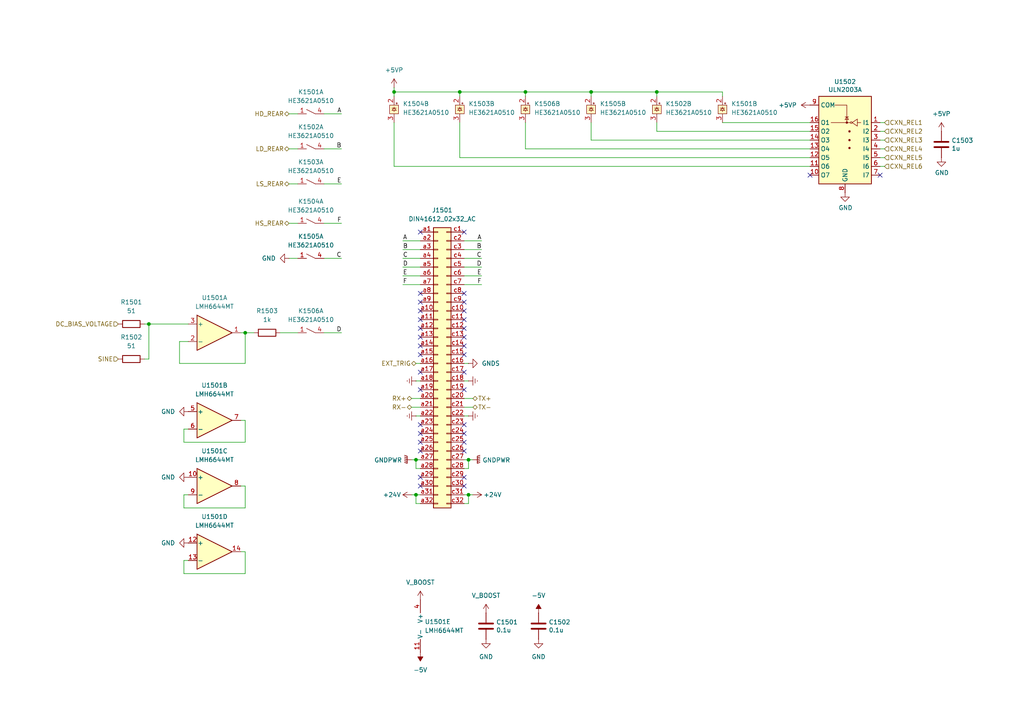
<source format=kicad_sch>
(kicad_sch (version 20250114) (generator "eeschema") (generator_version "9.0")
  (paper "A4")
  (lib_symbols
    (symbol "Connector:DIN41612_02x32_AC" (pin_names (offset 1.016) (hide yes))
      (property "Reference" "J" (at 1.27 40.64 0))
      (property "Value" "DIN41612_02x32_AC" (at 1.27 -43.18 0))
      (symbol "DIN41612_02x32_AC_1_1"
        (rectangle (start -1.27 39.37) (end 3.81 -41.91) (stroke (width 0.254)) (fill (type background)))
        (rectangle (start -1.27 38.227) (end 0 37.973) (stroke (width 0.1524)))
        (rectangle (start -1.27 35.687) (end 0 35.433) (stroke (width 0.1524)))
        (rectangle (start -1.27 33.147) (end 0 32.893) (stroke (width 0.1524)))
        (rectangle (start -1.27 30.607) (end 0 30.353) (stroke (width 0.1524)))
        (rectangle (start -1.27 28.067) (end 0 27.813) (stroke (width 0.1524)))
        (rectangle (start -1.27 25.527) (end 0 25.273) (stroke (width 0.1524)))
        (rectangle (start -1.27 22.987) (end 0 22.733) (stroke (width 0.1524)))
        (rectangle (start -1.27 20.447) (end 0 20.193) (stroke (width 0.1524)))
        (rectangle (start -1.27 17.907) (end 0 17.653) (stroke (width 0.1524)))
        (rectangle (start -1.27 15.367) (end 0 15.113) (stroke (width 0.1524)))
        (rectangle (start -1.27 12.827) (end 0 12.573) (stroke (width 0.1524)))
        (rectangle (start -1.27 10.287) (end 0 10.033) (stroke (width 0.1524)))
        (rectangle (start -1.27 7.747) (end 0 7.493) (stroke (width 0.1524)))
        (rectangle (start -1.27 5.207) (end 0 4.953) (stroke (width 0.1524)))
        (rectangle (start -1.27 2.667) (end 0 2.413) (stroke (width 0.1524)))
        (rectangle (start -1.27 0.127) (end 0 -0.127) (stroke (width 0.1524)))
        (rectangle (start -1.27 -2.413) (end 0 -2.667) (stroke (width 0.1524)))
        (rectangle (start -1.27 -4.953) (end 0 -5.207) (stroke (width 0.1524)))
        (rectangle (start -1.27 -7.493) (end 0 -7.747) (stroke (width 0.1524)))
        (rectangle (start -1.27 -10.033) (end 0 -10.287) (stroke (width 0.1524)))
        (rectangle (start -1.27 -12.573) (end 0 -12.827) (stroke (width 0.1524)))
        (rectangle (start -1.27 -15.113) (end 0 -15.367) (stroke (width 0.1524)))
        (rectangle (start -1.27 -17.653) (end 0 -17.907) (stroke (width 0.1524)))
        (rectangle (start -1.27 -20.193) (end 0 -20.447) (stroke (width 0.1524)))
        (rectangle (start -1.27 -22.733) (end 0 -22.987) (stroke (width 0.1524)))
        (rectangle (start -1.27 -25.273) (end 0 -25.527) (stroke (width 0.1524)))
        (rectangle (start -1.27 -27.813) (end 0 -28.067) (stroke (width 0.1524)))
        (rectangle (start -1.27 -30.353) (end 0 -30.607) (stroke (width 0.1524)))
        (rectangle (start -1.27 -32.893) (end 0 -33.147) (stroke (width 0.1524)))
        (rectangle (start -1.27 -35.433) (end 0 -35.687) (stroke (width 0.1524)))
        (rectangle (start -1.27 -37.973) (end 0 -38.227) (stroke (width 0.1524)))
        (rectangle (start -1.27 -40.513) (end 0 -40.767) (stroke (width 0.1524)))
        (rectangle (start 3.81 38.227) (end 2.54 37.973) (stroke (width 0.1524)))
        (rectangle (start 3.81 35.687) (end 2.54 35.433) (stroke (width 0.1524)))
        (rectangle (start 3.81 33.147) (end 2.54 32.893) (stroke (width 0.1524)))
        (rectangle (start 3.81 30.607) (end 2.54 30.353) (stroke (width 0.1524)))
        (rectangle (start 3.81 28.067) (end 2.54 27.813) (stroke (width 0.1524)))
        (rectangle (start 3.81 25.527) (end 2.54 25.273) (stroke (width 0.1524)))
        (rectangle (start 3.81 22.987) (end 2.54 22.733) (stroke (width 0.1524)))
        (rectangle (start 3.81 20.447) (end 2.54 20.193) (stroke (width 0.1524)))
        (rectangle (start 3.81 17.907) (end 2.54 17.653) (stroke (width 0.1524)))
        (rectangle (start 3.81 15.367) (end 2.54 15.113) (stroke (width 0.1524)))
        (rectangle (start 3.81 12.827) (end 2.54 12.573) (stroke (width 0.1524)))
        (rectangle (start 3.81 10.287) (end 2.54 10.033) (stroke (width 0.1524)))
        (rectangle (start 3.81 7.747) (end 2.54 7.493) (stroke (width 0.1524)))
        (rectangle (start 3.81 5.207) (end 2.54 4.953) (stroke (width 0.1524)))
        (rectangle (start 3.81 2.667) (end 2.54 2.413) (stroke (width 0.1524)))
        (rectangle (start 3.81 0.127) (end 2.54 -0.127) (stroke (width 0.1524)))
        (rectangle (start 3.81 -2.413) (end 2.54 -2.667) (stroke (width 0.1524)))
        (rectangle (start 3.81 -4.953) (end 2.54 -5.207) (stroke (width 0.1524)))
        (rectangle (start 3.81 -7.493) (end 2.54 -7.747) (stroke (width 0.1524)))
        (rectangle (start 3.81 -10.033) (end 2.54 -10.287) (stroke (width 0.1524)))
        (rectangle (start 3.81 -12.573) (end 2.54 -12.827) (stroke (width 0.1524)))
        (rectangle (start 3.81 -15.113) (end 2.54 -15.367) (stroke (width 0.1524)))
        (rectangle (start 3.81 -17.653) (end 2.54 -17.907) (stroke (width 0.1524)))
        (rectangle (start 3.81 -20.193) (end 2.54 -20.447) (stroke (width 0.1524)))
        (rectangle (start 3.81 -22.733) (end 2.54 -22.987) (stroke (width 0.1524)))
        (rectangle (start 3.81 -25.273) (end 2.54 -25.527) (stroke (width 0.1524)))
        (rectangle (start 3.81 -27.813) (end 2.54 -28.067) (stroke (width 0.1524)))
        (rectangle (start 3.81 -30.353) (end 2.54 -30.607) (stroke (width 0.1524)))
        (rectangle (start 3.81 -32.893) (end 2.54 -33.147) (stroke (width 0.1524)))
        (rectangle (start 3.81 -35.433) (end 2.54 -35.687) (stroke (width 0.1524)))
        (rectangle (start 3.81 -37.973) (end 2.54 -38.227) (stroke (width 0.1524)))
        (rectangle (start 3.81 -40.513) (end 2.54 -40.767) (stroke (width 0.1524)))
        (pin passive line (at -5.08 38.1 0) (length 3.81) (name "Pin_a1") (number "a1"))
        (pin passive line (at -5.08 35.56 0) (length 3.81) (name "Pin_a2") (number "a2"))
        (pin passive line (at -5.08 33.02 0) (length 3.81) (name "Pin_a3") (number "a3"))
        (pin passive line (at -5.08 30.48 0) (length 3.81) (name "Pin_a4") (number "a4"))
        (pin passive line (at -5.08 27.94 0) (length 3.81) (name "Pin_a5") (number "a5"))
        (pin passive line (at -5.08 25.4 0) (length 3.81) (name "Pin_a6") (number "a6"))
        (pin passive line (at -5.08 22.86 0) (length 3.81) (name "Pin_a7") (number "a7"))
        (pin passive line (at -5.08 20.32 0) (length 3.81) (name "Pin_a8") (number "a8"))
        (pin passive line (at -5.08 17.78 0) (length 3.81) (name "Pin_a9") (number "a9"))
        (pin passive line (at -5.08 15.24 0) (length 3.81) (name "Pin_a10") (number "a10"))
        (pin passive line (at -5.08 12.7 0) (length 3.81) (name "Pin_a11") (number "a11"))
        (pin passive line (at -5.08 10.16 0) (length 3.81) (name "Pin_a12") (number "a12"))
        (pin passive line (at -5.08 7.62 0) (length 3.81) (name "Pin_a13") (number "a13"))
        (pin passive line (at -5.08 5.08 0) (length 3.81) (name "Pin_a14") (number "a14"))
        (pin passive line (at -5.08 2.54 0) (length 3.81) (name "Pin_a15") (number "a15"))
        (pin passive line (at -5.08 0 0) (length 3.81) (name "Pin_a16") (number "a16"))
        (pin passive line (at -5.08 -2.54 0) (length 3.81) (name "Pin_a17") (number "a17"))
        (pin passive line (at -5.08 -5.08 0) (length 3.81) (name "Pin_a18") (number "a18"))
        (pin passive line (at -5.08 -7.62 0) (length 3.81) (name "Pin_a19") (number "a19"))
        (pin passive line (at -5.08 -10.16 0) (length 3.81) (name "Pin_a20") (number "a20"))
        (pin passive line (at -5.08 -12.7 0) (length 3.81) (name "Pin_a21") (number "a21"))
        (pin passive line (at -5.08 -15.24 0) (length 3.81) (name "Pin_a22") (number "a22"))
        (pin passive line (at -5.08 -17.78 0) (length 3.81) (name "Pin_a23") (number "a23"))
        (pin passive line (at -5.08 -20.32 0) (length 3.81) (name "Pin_a24") (number "a24"))
        (pin passive line (at -5.08 -22.86 0) (length 3.81) (name "Pin_a25") (number "a25"))
        (pin passive line (at -5.08 -25.4 0) (length 3.81) (name "Pin_a26") (number "a26"))
        (pin passive line (at -5.08 -27.94 0) (length 3.81) (name "Pin_a27") (number "a27"))
        (pin passive line (at -5.08 -30.48 0) (length 3.81) (name "Pin_a28") (number "a28"))
        (pin passive line (at -5.08 -33.02 0) (length 3.81) (name "Pin_a29") (number "a29"))
        (pin passive line (at -5.08 -35.56 0) (length 3.81) (name "Pin_a30") (number "a30"))
        (pin passive line (at -5.08 -38.1 0) (length 3.81) (name "Pin_a31") (number "a31"))
        (pin passive line (at -5.08 -40.64 0) (length 3.81) (name "Pin_a32") (number "a32"))
        (pin passive line (at 7.62 38.1 180) (length 3.81) (name "Pin_c1") (number "c1"))
        (pin passive line (at 7.62 35.56 180) (length 3.81) (name "Pin_c2") (number "c2"))
        (pin passive line (at 7.62 33.02 180) (length 3.81) (name "Pin_c3") (number "c3"))
        (pin passive line (at 7.62 30.48 180) (length 3.81) (name "Pin_c4") (number "c4"))
        (pin passive line (at 7.62 27.94 180) (length 3.81) (name "Pin_c5") (number "c5"))
        (pin passive line (at 7.62 25.4 180) (length 3.81) (name "Pin_c6") (number "c6"))
        (pin passive line (at 7.62 22.86 180) (length 3.81) (name "Pin_c7") (number "c7"))
        (pin passive line (at 7.62 20.32 180) (length 3.81) (name "Pin_c8") (number "c8"))
        (pin passive line (at 7.62 17.78 180) (length 3.81) (name "Pin_c9") (number "c9"))
        (pin passive line (at 7.62 15.24 180) (length 3.81) (name "Pin_c10") (number "c10"))
        (pin passive line (at 7.62 12.7 180) (length 3.81) (name "Pin_c11") (number "c11"))
        (pin passive line (at 7.62 10.16 180) (length 3.81) (name "Pin_c12") (number "c12"))
        (pin passive line (at 7.62 7.62 180) (length 3.81) (name "Pin_c13") (number "c13"))
        (pin passive line (at 7.62 5.08 180) (length 3.81) (name "Pin_c14") (number "c14"))
        (pin passive line (at 7.62 2.54 180) (length 3.81) (name "Pin_c15") (number "c15"))
        (pin passive line (at 7.62 0 180) (length 3.81) (name "Pin_c16") (number "c16"))
        (pin passive line (at 7.62 -2.54 180) (length 3.81) (name "Pin_c17") (number "c17"))
        (pin passive line (at 7.62 -5.08 180) (length 3.81) (name "Pin_c18") (number "c18"))
        (pin passive line (at 7.62 -7.62 180) (length 3.81) (name "Pin_c19") (number "c19"))
        (pin passive line (at 7.62 -10.16 180) (length 3.81) (name "Pin_c20") (number "c20"))
        (pin passive line (at 7.62 -12.7 180) (length 3.81) (name "Pin_c21") (number "c21"))
        (pin passive line (at 7.62 -15.24 180) (length 3.81) (name "Pin_c22") (number "c22"))
        (pin passive line (at 7.62 -17.78 180) (length 3.81) (name "Pin_c23") (number "c23"))
        (pin passive line (at 7.62 -20.32 180) (length 3.81) (name "Pin_c24") (number "c24"))
        (pin passive line (at 7.62 -22.86 180) (length 3.81) (name "Pin_c25") (number "c25"))
        (pin passive line (at 7.62 -25.4 180) (length 3.81) (name "Pin_c26") (number "c26"))
        (pin passive line (at 7.62 -27.94 180) (length 3.81) (name "Pin_c27") (number "c27"))
        (pin passive line (at 7.62 -30.48 180) (length 3.81) (name "Pin_c28") (number "c28"))
        (pin passive line (at 7.62 -33.02 180) (length 3.81) (name "Pin_c29") (number "c29"))
        (pin passive line (at 7.62 -35.56 180) (length 3.81) (name "Pin_c30") (number "c30"))
        (pin passive line (at 7.62 -38.1 180) (length 3.81) (name "Pin_c31") (number "c31"))
        (pin passive line (at 7.62 -40.64 180) (length 3.81) (name "Pin_c32") (number "c32"))
      )
    )
    (symbol "Device:C" (pin_numbers (hide yes)) (pin_names (offset 0.254))
      (property "Reference" "C" (at 0.635 2.54 0))
      (property "Value" "C" (at 0.635 -2.54 0))
      (symbol "C_0_1"
        (polyline (pts (xy -2.032 0.762) (xy 2.032 0.762)) (stroke (width 0.508)))
        (polyline (pts (xy -2.032 -0.762) (xy 2.032 -0.762)) (stroke (width 0.508)))
      )
      (symbol "C_1_1"
        (pin passive line (at 0 3.81 270) (length 2.794) (name "~") (number "1"))
        (pin passive line (at 0 -3.81 90) (length 2.794) (name "~") (number "2"))
      )
    )
    (symbol "Device:R" (pin_numbers (hide yes)) (pin_names (offset 0))
      (property "Reference" "R" (at 2.032 0 90))
      (property "Value" "R" (at 0 0 90))
      (symbol "R_0_1"
        (rectangle (start -1.016 -2.54) (end 1.016 2.54) (stroke (width 0.254)))
      )
      (symbol "R_1_1"
        (pin passive line (at 0 3.81 270) (length 1.27) (name "~") (number "1"))
        (pin passive line (at 0 -3.81 90) (length 1.27) (name "~") (number "2"))
      )
    )
    (symbol "ETH1LCR3:HE3621A0510" (pin_names (offset 1.016))
      (property "Reference" "K" (at 6.35 1.27 0))
      (property "Value" "HE3621A0510" (at 6.35 -1.27 0))
      (symbol "HE3621A0510_1_1"
        (polyline (pts (xy 0 -1.27) (xy 1.27 1.27)))
        (pin passive line (at 0 3.81 270) (length 2.54) (name "~") (number "1"))
        (pin passive line (at 0 -3.81 90) (length 2.54) (name "~") (number "4"))
      )
      (symbol "HE3621A0510_2_1"
        (polyline (pts (xy 0 0.381) (xy 0 0.762)))
        (polyline (pts (xy 0 -0.254) (xy 0 -0.635)))
        (polyline (pts (xy 0.508 1.778) (xy 1.016 1.778)))
        (polyline (pts (xy 0.635 0.381) (xy -0.635 0.381)))
        (polyline (pts (xy 0.635 -0.254) (xy -0.635 -0.254) (xy 0 0.381) (xy 0.635 -0.254)))
        (polyline (pts (xy 0.762 2.032) (xy 0.762 1.524)))
        (rectangle (start 1.27 1.27) (end -1.27 -1.27) (fill (type background)))
        (pin passive line (at 0 3.81 270) (length 2.54) (name "~") (number "2"))
        (pin passive line (at 0 -3.81 90) (length 2.54) (name "~") (number "3"))
      )
    )
    (symbol "ETH1LCR3:LMH6644MT" (pin_names (offset 0.127))
      (property "Reference" "U" (at 0 5.08 0))
      (property "Value" "LMH6644MT" (at 0 -5.08 0))
      (symbol "LMH6644MT_1_1"
        (polyline (pts (xy -5.08 5.08) (xy 5.08 0) (xy -5.08 -5.08) (xy -5.08 5.08)) (stroke (width 0.254)) (fill (type background)))
        (pin input line (at -7.62 2.54 0) (length 2.54) (name "+") (number "3"))
        (pin input line (at -7.62 -2.54 0) (length 2.54) (name "-") (number "2"))
        (pin output line (at 7.62 0 180) (length 2.54) (name "~") (number "1"))
      )
      (symbol "LMH6644MT_2_1"
        (polyline (pts (xy -5.08 5.08) (xy 5.08 0) (xy -5.08 -5.08) (xy -5.08 5.08)) (stroke (width 0.254)) (fill (type background)))
        (pin input line (at -7.62 2.54 0) (length 2.54) (name "+") (number "5"))
        (pin input line (at -7.62 -2.54 0) (length 2.54) (name "-") (number "6"))
        (pin output line (at 7.62 0 180) (length 2.54) (name "~") (number "7"))
      )
      (symbol "LMH6644MT_3_1"
        (polyline (pts (xy -5.08 5.08) (xy 5.08 0) (xy -5.08 -5.08) (xy -5.08 5.08)) (stroke (width 0.254)) (fill (type background)))
        (pin input line (at -7.62 2.54 0) (length 2.54) (name "+") (number "10"))
        (pin input line (at -7.62 -2.54 0) (length 2.54) (name "-") (number "9"))
        (pin output line (at 7.62 0 180) (length 2.54) (name "~") (number "8"))
      )
      (symbol "LMH6644MT_4_1"
        (polyline (pts (xy -5.08 5.08) (xy 5.08 0) (xy -5.08 -5.08) (xy -5.08 5.08)) (stroke (width 0.254)) (fill (type background)))
        (pin input line (at -7.62 2.54 0) (length 2.54) (name "+") (number "12"))
        (pin input line (at -7.62 -2.54 0) (length 2.54) (name "-") (number "13"))
        (pin output line (at 7.62 0 180) (length 2.54) (name "~") (number "14"))
      )
      (symbol "LMH6644MT_5_1"
        (pin power_in line (at 0 7.62 270) (length 3.81) (name "V+") (number "4"))
        (pin power_in line (at 0 -7.62 90) (length 3.81) (name "V-") (number "11"))
      )
    )
    (symbol "ETH1LCR3:V_BOOST" (power) (pin_numbers (hide yes)) (pin_names (offset 0) (hide yes))
      (property "Value" "V_BOOST" (at 0 3.556 0))
      (symbol "V_BOOST_0_1"
        (polyline (pts (xy -0.762 1.27) (xy 0 2.54)))
        (polyline (pts (xy 0 2.54) (xy 0.762 1.27)))
        (polyline (pts (xy 0 0) (xy 0 2.54)))
      )
      (symbol "V_BOOST_1_1"
        (pin power_in line (at 0 0 90) (length 0) (name "~") (number "1"))
      )
    )
    (symbol "Transistor_Array:ULN2003A"
      (property "Reference" "U" (at 0 15.875 0))
      (property "Value" "ULN2003A" (at 0 13.97 0))
      (symbol "ULN2003A_0_1"
        (rectangle (start -7.62 -12.7) (end 7.62 12.7) (stroke (width 0.254)) (fill (type background)))
        (polyline (pts (xy -4.572 5.08) (xy -3.556 5.08)))
        (polyline (pts (xy -3.556 6.096) (xy -3.556 4.064) (xy -2.032 5.08) (xy -3.556 6.096)))
        (circle (center -1.778 5.08) (radius 0.254))
        (polyline (pts (xy -1.524 5.08) (xy 4.064 5.08)))
        (circle (center -1.27 2.54) (radius 0.254) (fill (type outline)))
        (circle (center -1.27 0) (radius 0.254) (fill (type outline)))
        (circle (center -1.27 -2.286) (radius 0.254) (fill (type outline)))
        (circle (center -0.508 5.08) (radius 0.254) (fill (type outline)))
        (polyline (pts (xy -0.508 5.08) (xy -0.508 10.16) (xy 2.921 10.16)))
        (polyline (pts (xy 0 6.731) (xy -1.016 6.731)))
        (polyline (pts (xy 0 5.969) (xy -1.016 5.969) (xy -0.508 6.731) (xy 0 5.969)))
      )
      (symbol "ULN2003A_1_1"
        (pin input line (at -10.16 5.08 0) (length 2.54) (name "I1") (number "1"))
        (pin input line (at -10.16 2.54 0) (length 2.54) (name "I2") (number "2"))
        (pin input line (at -10.16 0 0) (length 2.54) (name "I3") (number "3"))
        (pin input line (at -10.16 -2.54 0) (length 2.54) (name "I4") (number "4"))
        (pin input line (at -10.16 -5.08 0) (length 2.54) (name "I5") (number "5"))
        (pin input line (at -10.16 -7.62 0) (length 2.54) (name "I6") (number "6"))
        (pin input line (at -10.16 -10.16 0) (length 2.54) (name "I7") (number "7"))
        (pin power_in line (at 0 -15.24 90) (length 2.54) (name "GND") (number "8"))
        (pin passive line (at 10.16 10.16 180) (length 2.54) (name "COM") (number "9"))
        (pin open_collector line (at 10.16 5.08 180) (length 2.54) (name "O1") (number "16"))
        (pin open_collector line (at 10.16 2.54 180) (length 2.54) (name "O2") (number "15"))
        (pin open_collector line (at 10.16 0 180) (length 2.54) (name "O3") (number "14"))
        (pin open_collector line (at 10.16 -2.54 180) (length 2.54) (name "O4") (number "13"))
        (pin open_collector line (at 10.16 -5.08 180) (length 2.54) (name "O5") (number "12"))
        (pin open_collector line (at 10.16 -7.62 180) (length 2.54) (name "O6") (number "11"))
        (pin open_collector line (at 10.16 -10.16 180) (length 2.54) (name "O7") (number "10"))
      )
    )
    (symbol "power:+24V" (power) (pin_numbers (hide yes)) (pin_names (offset 0) (hide yes))
      (property "Value" "+24V" (at 0 3.556 0))
      (symbol "+24V_0_1"
        (polyline (pts (xy -0.762 1.27) (xy 0 2.54)))
        (polyline (pts (xy 0 2.54) (xy 0.762 1.27)))
        (polyline (pts (xy 0 0) (xy 0 2.54)))
      )
      (symbol "+24V_1_1"
        (pin power_in line (at 0 0 90) (length 0) (name "~") (number "1"))
      )
    )
    (symbol "power:+5VP" (power) (pin_numbers (hide yes)) (pin_names (offset 0) (hide yes))
      (property "Value" "+5VP" (at 0 3.556 0))
      (symbol "+5VP_0_1"
        (polyline (pts (xy -0.762 1.27) (xy 0 2.54)))
        (polyline (pts (xy 0 2.54) (xy 0.762 1.27)))
        (polyline (pts (xy 0 0) (xy 0 2.54)))
      )
      (symbol "+5VP_1_1"
        (pin power_in line (at 0 0 90) (length 0) (name "~") (number "1"))
      )
    )
    (symbol "power:-5V" (power) (pin_numbers (hide yes)) (pin_names (offset 0) (hide yes))
      (property "Value" "-5V" (at 0 3.556 0))
      (symbol "-5V_0_0"
        (pin power_in line (at 0 0 90) (length 0) (name "~") (number "1"))
      )
      (symbol "-5V_0_1"
        (polyline (pts (xy 0 0) (xy 0 1.27) (xy 0.762 1.27) (xy 0 2.54) (xy -0.762 1.27) (xy 0 1.27)) (fill (type outline)))
      )
    )
    (symbol "power:Earth" (power) (pin_numbers (hide yes)) (pin_names (offset 0) (hide yes))
      (property "Value" "Earth" (at 0 -3.81 0))
      (symbol "Earth_0_1"
        (polyline (pts (xy -0.635 -1.905) (xy 0.635 -1.905)))
        (polyline (pts (xy -0.127 -2.54) (xy 0.127 -2.54)))
        (polyline (pts (xy 0 -1.27) (xy 0 0)))
        (polyline (pts (xy 1.27 -1.27) (xy -1.27 -1.27)))
      )
      (symbol "Earth_1_1"
        (pin power_in line (at 0 0 270) (length 0) (name "~") (number "1"))
      )
    )
    (symbol "power:GND" (power) (pin_numbers (hide yes)) (pin_names (offset 0) (hide yes))
      (property "Value" "GND" (at 0 -3.81 0))
      (symbol "GND_0_1"
        (polyline (pts (xy 0 0) (xy 0 -1.27) (xy 1.27 -1.27) (xy 0 -2.54) (xy -1.27 -1.27) (xy 0 -1.27)))
      )
      (symbol "GND_1_1"
        (pin power_in line (at 0 0 270) (length 0) (name "~") (number "1"))
      )
    )
    (symbol "power:GNDPWR" (power) (pin_numbers (hide yes)) (pin_names (offset 0) (hide yes))
      (property "Value" "GNDPWR" (at 0 -3.302 0))
      (symbol "GNDPWR_0_1"
        (polyline (pts (xy -1.016 -1.27) (xy -1.27 -2.032) (xy -1.27 -2.032)) (stroke (width 0.2032)))
        (polyline (pts (xy -0.508 -1.27) (xy -0.762 -2.032) (xy -0.762 -2.032)) (stroke (width 0.2032)))
        (polyline (pts (xy 0 -1.27) (xy 0 0)))
        (polyline (pts (xy 0 -1.27) (xy -0.254 -2.032) (xy -0.254 -2.032)) (stroke (width 0.2032)))
        (polyline (pts (xy 0.508 -1.27) (xy 0.254 -2.032) (xy 0.254 -2.032)) (stroke (width 0.2032)))
        (polyline (pts (xy 1.016 -1.27) (xy -1.016 -1.27) (xy -1.016 -1.27)) (stroke (width 0.2032)))
        (polyline (pts (xy 1.016 -1.27) (xy 0.762 -2.032) (xy 0.762 -2.032) (xy 0.762 -2.032)) (stroke (width 0.2032)))
      )
      (symbol "GNDPWR_1_1"
        (pin power_in line (at 0 0 270) (length 0) (name "~") (number "1"))
      )
    )
    (symbol "power:GNDS" (power) (pin_numbers (hide yes)) (pin_names (offset 0) (hide yes))
      (property "Value" "GNDS" (at 0 -3.81 0))
      (symbol "GNDS_0_1"
        (polyline (pts (xy 0 0) (xy 0 -1.27) (xy 1.27 -1.27) (xy 0 -2.54) (xy -1.27 -1.27) (xy 0 -1.27)))
      )
      (symbol "GNDS_1_1"
        (pin power_in line (at 0 0 270) (length 0) (name "~") (number "1"))
      )
    )
  )
  (junction (at 171.45 26.67))
  (junction (at 190.5 26.67))
  (junction (at 135.89 143.51))
  (junction (at 71.12 96.52))
  (junction (at 120.65 133.35))
  (junction (at 114.3 26.67))
  (junction (at 133.35 26.67))
  (junction (at 43.18 93.98))
  (junction (at 152.4 26.67))
  (junction (at 120.65 143.51))
  (junction (at 135.89 133.35))
  (no_connect (at 121.92 67.31))
  (no_connect (at 121.92 123.19))
  (no_connect (at 121.92 85.09))
  (no_connect (at 134.62 95.25))
  (no_connect (at 234.95 50.8))
  (no_connect (at 134.62 97.79))
  (no_connect (at 121.92 95.25))
  (no_connect (at 134.62 85.09))
  (no_connect (at 134.62 113.03))
  (no_connect (at 134.62 100.33))
  (no_connect (at 255.27 50.8))
  (no_connect (at 121.92 90.17))
  (no_connect (at 121.92 97.79))
  (no_connect (at 134.62 138.43))
  (no_connect (at 134.62 128.27))
  (no_connect (at 121.92 128.27))
  (no_connect (at 121.92 125.73))
  (no_connect (at 121.92 100.33))
  (no_connect (at 134.62 130.81))
  (no_connect (at 134.62 92.71))
  (no_connect (at 134.62 140.97))
  (no_connect (at 134.62 125.73))
  (no_connect (at 121.92 138.43))
  (no_connect (at 134.62 107.95))
  (no_connect (at 134.62 90.17))
  (no_connect (at 121.92 113.03))
  (no_connect (at 121.92 130.81))
  (no_connect (at 121.92 107.95))
  (no_connect (at 134.62 123.19))
  (no_connect (at 121.92 102.87))
  (no_connect (at 121.92 92.71))
  (no_connect (at 121.92 140.97))
  (no_connect (at 134.62 102.87))
  (no_connect (at 121.92 87.63))
  (no_connect (at 134.62 67.31))
  (no_connect (at 134.62 87.63))
  (wire (pts (xy 116.84 74.93) (xy 121.92 74.93)))
  (wire (pts (xy 41.91 104.14) (xy 43.18 104.14)))
  (wire (pts (xy 120.65 120.65) (xy 121.92 120.65)))
  (wire (pts (xy 190.5 26.67) (xy 190.5 27.94)))
  (wire (pts (xy 116.84 82.55) (xy 121.92 82.55)))
  (wire (pts (xy 256.54 48.26) (xy 255.27 48.26)))
  (wire (pts (xy 71.12 96.52) (xy 69.85 96.52)))
  (wire (pts (xy 134.62 110.49) (xy 135.89 110.49)))
  (wire (pts (xy 114.3 48.26) (xy 114.3 35.56)))
  (wire (pts (xy 99.06 53.34) (xy 93.98 53.34)))
  (wire (pts (xy 133.35 45.72) (xy 133.35 35.56)))
  (wire (pts (xy 134.62 120.65) (xy 135.89 120.65)))
  (wire (pts (xy 120.65 105.41) (xy 121.92 105.41)))
  (wire (pts (xy 139.7 74.93) (xy 134.62 74.93)))
  (wire (pts (xy 71.12 121.92) (xy 69.85 121.92)))
  (wire (pts (xy 99.06 74.93) (xy 93.98 74.93)))
  (wire (pts (xy 137.16 133.35) (xy 135.89 133.35)))
  (wire (pts (xy 119.38 143.51) (xy 120.65 143.51)))
  (wire (pts (xy 116.84 69.85) (xy 121.92 69.85)))
  (wire (pts (xy 116.84 80.01) (xy 121.92 80.01)))
  (wire (pts (xy 135.89 143.51) (xy 135.89 146.05)))
  (wire (pts (xy 43.18 93.98) (xy 54.61 93.98)))
  (wire (pts (xy 256.54 43.18) (xy 255.27 43.18)))
  (wire (pts (xy 83.82 43.18) (xy 86.36 43.18)))
  (wire (pts (xy 120.65 133.35) (xy 120.65 135.89)))
  (wire (pts (xy 139.7 69.85) (xy 134.62 69.85)))
  (wire (pts (xy 121.92 115.57) (xy 119.38 115.57)))
  (wire (pts (xy 171.45 26.67) (xy 171.45 27.94)))
  (wire (pts (xy 135.89 133.35) (xy 135.89 135.89)))
  (wire (pts (xy 121.92 133.35) (xy 120.65 133.35)))
  (wire (pts (xy 133.35 45.72) (xy 234.95 45.72)))
  (wire (pts (xy 256.54 40.64) (xy 255.27 40.64)))
  (wire (pts (xy 234.95 35.56) (xy 209.55 35.56)))
  (wire (pts (xy 171.45 40.64) (xy 234.95 40.64)))
  (wire (pts (xy 120.65 146.05) (xy 121.92 146.05)))
  (wire (pts (xy 52.07 105.41) (xy 71.12 105.41)))
  (wire (pts (xy 53.34 162.56) (xy 53.34 166.37)))
  (wire (pts (xy 53.34 124.46) (xy 53.34 128.27)))
  (wire (pts (xy 256.54 35.56) (xy 255.27 35.56)))
  (wire (pts (xy 99.06 64.77) (xy 93.98 64.77)))
  (wire (pts (xy 83.82 74.93) (xy 86.36 74.93)))
  (wire (pts (xy 83.82 53.34) (xy 86.36 53.34)))
  (wire (pts (xy 71.12 128.27) (xy 71.12 121.92)))
  (wire (pts (xy 139.7 72.39) (xy 134.62 72.39)))
  (wire (pts (xy 53.34 143.51) (xy 53.34 147.32)))
  (wire (pts (xy 119.38 133.35) (xy 120.65 133.35)))
  (wire (pts (xy 114.3 26.67) (xy 133.35 26.67)))
  (wire (pts (xy 71.12 147.32) (xy 71.12 140.97)))
  (wire (pts (xy 209.55 26.67) (xy 209.55 27.94)))
  (wire (pts (xy 190.5 35.56) (xy 190.5 38.1)))
  (wire (pts (xy 71.12 140.97) (xy 69.85 140.97)))
  (wire (pts (xy 116.84 77.47) (xy 121.92 77.47)))
  (wire (pts (xy 137.16 143.51) (xy 135.89 143.51)))
  (wire (pts (xy 152.4 43.18) (xy 234.95 43.18)))
  (wire (pts (xy 71.12 96.52) (xy 73.66 96.52)))
  (wire (pts (xy 133.35 26.67) (xy 133.35 27.94)))
  (wire (pts (xy 152.4 26.67) (xy 152.4 27.94)))
  (wire (pts (xy 54.61 143.51) (xy 53.34 143.51)))
  (wire (pts (xy 83.82 64.77) (xy 86.36 64.77)))
  (wire (pts (xy 121.92 118.11) (xy 119.38 118.11)))
  (wire (pts (xy 114.3 27.94) (xy 114.3 26.67)))
  (wire (pts (xy 120.65 135.89) (xy 121.92 135.89)))
  (wire (pts (xy 114.3 25.4) (xy 114.3 26.67)))
  (wire (pts (xy 190.5 26.67) (xy 209.55 26.67)))
  (wire (pts (xy 139.7 77.47) (xy 134.62 77.47)))
  (wire (pts (xy 52.07 99.06) (xy 52.07 105.41)))
  (wire (pts (xy 121.92 143.51) (xy 120.65 143.51)))
  (wire (pts (xy 134.62 115.57) (xy 137.16 115.57)))
  (wire (pts (xy 53.34 147.32) (xy 71.12 147.32)))
  (wire (pts (xy 116.84 72.39) (xy 121.92 72.39)))
  (wire (pts (xy 134.62 105.41) (xy 135.89 105.41)))
  (wire (pts (xy 71.12 160.02) (xy 69.85 160.02)))
  (wire (pts (xy 54.61 124.46) (xy 53.34 124.46)))
  (wire (pts (xy 152.4 26.67) (xy 171.45 26.67)))
  (wire (pts (xy 99.06 43.18) (xy 93.98 43.18)))
  (wire (pts (xy 41.91 93.98) (xy 43.18 93.98)))
  (wire (pts (xy 54.61 162.56) (xy 53.34 162.56)))
  (wire (pts (xy 83.82 33.02) (xy 86.36 33.02)))
  (wire (pts (xy 134.62 143.51) (xy 135.89 143.51)))
  (wire (pts (xy 152.4 35.56) (xy 152.4 43.18)))
  (wire (pts (xy 54.61 99.06) (xy 52.07 99.06)))
  (wire (pts (xy 234.95 38.1) (xy 190.5 38.1)))
  (wire (pts (xy 256.54 38.1) (xy 255.27 38.1)))
  (wire (pts (xy 133.35 26.67) (xy 152.4 26.67)))
  (wire (pts (xy 139.7 82.55) (xy 134.62 82.55)))
  (wire (pts (xy 81.28 96.52) (xy 86.36 96.52)))
  (wire (pts (xy 134.62 133.35) (xy 135.89 133.35)))
  (wire (pts (xy 139.7 80.01) (xy 134.62 80.01)))
  (wire (pts (xy 99.06 96.52) (xy 93.98 96.52)))
  (wire (pts (xy 120.65 143.51) (xy 120.65 146.05)))
  (wire (pts (xy 53.34 128.27) (xy 71.12 128.27)))
  (wire (pts (xy 256.54 45.72) (xy 255.27 45.72)))
  (wire (pts (xy 99.06 33.02) (xy 93.98 33.02)))
  (wire (pts (xy 171.45 40.64) (xy 171.45 35.56)))
  (wire (pts (xy 134.62 118.11) (xy 137.16 118.11)))
  (wire (pts (xy 43.18 104.14) (xy 43.18 93.98)))
  (wire (pts (xy 135.89 146.05) (xy 134.62 146.05)))
  (wire (pts (xy 171.45 26.67) (xy 190.5 26.67)))
  (wire (pts (xy 114.3 48.26) (xy 234.95 48.26)))
  (wire (pts (xy 53.34 166.37) (xy 71.12 166.37)))
  (wire (pts (xy 120.65 110.49) (xy 121.92 110.49)))
  (wire (pts (xy 71.12 105.41) (xy 71.12 96.52)))
  (wire (pts (xy 135.89 135.89) (xy 134.62 135.89)))
  (wire (pts (xy 71.12 166.37) (xy 71.12 160.02)))
  (label "E" (at 139.7 80.01 180))
  (label "C" (at 116.84 74.93 0))
  (label "C" (at 99.06 74.93 180))
  (label "D" (at 139.7 77.47 180))
  (label "B" (at 99.06 43.18 180))
  (label "A" (at 116.84 69.85 0))
  (label "F" (at 99.06 64.77 180))
  (label "A" (at 99.06 33.02 180))
  (label "F" (at 139.7 82.55 180))
  (label "F" (at 116.84 82.55 0))
  (label "C" (at 139.7 74.93 180))
  (label "D" (at 116.84 77.47 0))
  (label "B" (at 116.84 72.39 0))
  (label "E" (at 99.06 53.34 180))
  (label "E" (at 116.84 80.01 0))
  (label "B" (at 139.7 72.39 180))
  (label "A" (at 139.7 69.85 180))
  (label "D" (at 99.06 96.52 180))
  (hierarchical_label "CXN_REL5" (shape input) (at 256.54 45.72 0))
  (hierarchical_label "CXN_REL3" (shape input) (at 256.54 40.64 0))
  (hierarchical_label "CXN_REL1" (shape input) (at 256.54 35.56 0))
  (hierarchical_label "CXN_REL4" (shape input) (at 256.54 43.18 0))
  (hierarchical_label "CXN_REL6" (shape input) (at 256.54 48.26 0))
  (hierarchical_label "HD_REAR" (shape bidirectional) (at 83.82 33.02 180))
  (hierarchical_label "RX-" (shape bidirectional) (at 119.38 118.11 180))
  (hierarchical_label "LD_REAR" (shape bidirectional) (at 83.82 43.18 180))
  (hierarchical_label "LS_REAR" (shape bidirectional) (at 83.82 53.34 180))
  (hierarchical_label "SINE" (shape input) (at 34.29 104.14 180))
  (hierarchical_label "RX+" (shape bidirectional) (at 119.38 115.57 180))
  (hierarchical_label "TX-" (shape bidirectional) (at 137.16 118.11 0))
  (hierarchical_label "TX+" (shape bidirectional) (at 137.16 115.57 0))
  (hierarchical_label "EXT_TRIG" (shape bidirectional) (at 120.65 105.41 180))
  (hierarchical_label "DC_BIAS_VOLTAGE" (shape input) (at 34.29 93.98 180))
  (hierarchical_label "CXN_REL2" (shape input) (at 256.54 38.1 0))
  (hierarchical_label "HS_REAR" (shape bidirectional) (at 83.82 64.77 180))
  (symbol (lib_id "ETH1LCR3:LMH6644MT") (at 62.23 121.92 0) (unit 2)
    (property "Reference" "U1501" (at 62.23 111.76 0))
    (property "Value" "LMH6644MT" (at 62.23 114.3 0))
    (property "Footprint" "Package_SO:TSSOP-14_4.4x5mm_P0.65mm" (effects (hide yes)))
    (property "Datasheet" "https://www.ti.com/product/LMH6644" (effects (hide yes)))
    (property "Description" "LMH664x Low Power, 130 MHz, 75 mA Rail-to-Rail Output Amplifiers" (effects (hide yes)))
  )
  (symbol (lib_id "ETH1LCR3:HE3621A0510") (at 209.55 31.75 0) (unit 2)
    (property "Reference" "K1501" (at 212.09 30.0989 0) (effects (justify left)))
    (property "Value" "HE3621A0510" (at 212.09 32.6389 0) (effects (justify left)))
    (property "Footprint" "ETH1LCR3:HE360_x-5050462-8" (effects (hide yes)))
    (property "Datasheet" "https://www.littelfuse.com/media?resourcetype=datasheets&itemid=153a1055-16a2-4933-87f1-140f0417708c&filename=littelfuse-reed-relays-he3600-datasheet" (effects (hide yes)))
    (property "Description" "Miniature Single In-line Reed Relay" (effects (hide yes)))
  )
  (symbol (lib_id "power:Earth") (at 135.89 110.49 90) (unit 1)
    (property "Reference" "#PWR01513" (effects (hide yes)))
    (property "Value" "Earth" (effects (hide yes)))
    (property "Description" "Power symbol creates a global label with name \"Earth\"" (effects (hide yes)))
  )
  (symbol (lib_id "ETH1LCR3:HE3621A0510") (at 90.17 74.93 90) (unit 1)
    (property "Reference" "K1505" (at 90.17 68.58 90))
    (property "Value" "HE3621A0510" (at 90.17 71.12 90))
    (property "Footprint" "ETH1LCR3:HE360_x-5050462-8" (effects (hide yes)))
    (property "Datasheet" "https://www.littelfuse.com/media?resourcetype=datasheets&itemid=153a1055-16a2-4933-87f1-140f0417708c&filename=littelfuse-reed-relays-he3600-datasheet" (effects (hide yes)))
    (property "Description" "Miniature Single In-line Reed Relay" (effects (hide yes)))
  )
  (symbol (lib_id "Transistor_Array:ULN2003A") (at 245.11 40.64 0) (mirror y) (unit 1)
    (property "Reference" "U1502" (at 245.11 23.6982 0))
    (property "Value" "ULN2003A" (at 245.11 26.0096 0))
    (property "Footprint" "Package_SO:TSSOP-16_4.4x5mm_P0.65mm" (effects (hide yes)))
    (property "Datasheet" "http://www.ti.com/lit/ds/symlink/uln2003a.pdf" (effects (hide yes)))
    (property "Description" "High Voltage, High Current Darlington Transistor Arrays, SOIC16/SOIC16W/DIP16/TSSOP16" (effects (hide yes)))
  )
  (symbol (lib_id "power:+24V") (at 119.38 143.51 90) (unit 1)
    (property "Reference" "#PWR01507" (effects (hide yes)))
    (property "Value" "+24V" (at 116.332 143.51 90) (effects (justify left)))
    (property "Description" "Power symbol creates a global label with name \"+24V\"" (effects (hide yes)))
  )
  (symbol (lib_id "power:+5VP") (at 234.95 30.48 90) (unit 1)
    (property "Reference" "#PWR01521" (effects (hide yes)))
    (property "Value" "+5VP" (at 231.14 30.4799 90) (effects (justify left)))
    (property "Description" "Power symbol creates a global label with name \"+5VP\"" (effects (hide yes)))
  )
  (symbol (lib_id "ETH1LCR3:V_BOOST") (at 121.92 173.99 0) (unit 1)
    (property "Reference" "#PWR01510" (effects (hide yes)))
    (property "Value" "V_BOOST" (at 121.92 168.91 0))
  )
  (symbol (lib_id "ETH1LCR3:LMH6644MT") (at 121.92 181.61 0) (unit 5)
    (property "Reference" "U1501" (at 123.19 180.3399 0) (effects (justify left)))
    (property "Value" "LMH6644MT" (at 123.19 182.8799 0) (effects (justify left)))
    (property "Footprint" "Package_SO:TSSOP-14_4.4x5mm_P0.65mm" (effects (hide yes)))
    (property "Datasheet" "https://www.ti.com/product/LMH6644" (effects (hide yes)))
    (property "Description" "LMH664x Low Power, 130 MHz, 75 mA Rail-to-Rail Output Amplifiers" (effects (hide yes)))
  )
  (symbol (lib_id "power:GNDS") (at 135.89 105.41 90) (unit 1)
    (property "Reference" "#PWR01512" (effects (hide yes)))
    (property "Value" "GNDS" (at 139.7 105.4099 90) (effects (justify right)))
    (property "Description" "Power symbol creates a global label with name \"GNDS\" , signal ground" (effects (hide yes)))
  )
  (symbol (lib_id "power:GND") (at 273.05 45.72 0) (unit 1)
    (property "Reference" "#PWR01524" (effects (hide yes)))
    (property "Value" "GND" (at 273.177 50.1142 0))
    (property "Description" "Power symbol creates a global label with name \"GND\" , ground" (effects (hide yes)))
  )
  (symbol (lib_id "power:Earth") (at 120.65 120.65 270) (unit 1)
    (property "Reference" "#PWR01509" (effects (hide yes)))
    (property "Value" "Earth" (effects (hide yes)))
    (property "Description" "Power symbol creates a global label with name \"Earth\"" (effects (hide yes)))
  )
  (symbol (lib_id "ETH1LCR3:HE3621A0510") (at 90.17 64.77 90) (unit 1)
    (property "Reference" "K1504" (at 90.17 58.42 90))
    (property "Value" "HE3621A0510" (at 90.17 60.96 90))
    (property "Footprint" "ETH1LCR3:HE360_x-5050462-8" (effects (hide yes)))
    (property "Datasheet" "https://www.littelfuse.com/media?resourcetype=datasheets&itemid=153a1055-16a2-4933-87f1-140f0417708c&filename=littelfuse-reed-relays-he3600-datasheet" (effects (hide yes)))
    (property "Description" "Miniature Single In-line Reed Relay" (effects (hide yes)))
  )
  (symbol (lib_id "power:GND") (at 54.61 157.48 270) (unit 1)
    (property "Reference" "#PWR01503" (effects (hide yes)))
    (property "Value" "GND" (at 50.8 157.4799 90) (effects (justify right)))
    (property "Description" "Power symbol creates a global label with name \"GND\" , ground" (effects (hide yes)))
  )
  (symbol (lib_id "Device:C") (at 273.05 41.91 0) (unit 1)
    (property "Reference" "C1503" (at 275.971 40.7416 0) (effects (justify left)))
    (property "Value" "1u" (at 275.971 43.053 0) (effects (justify left)))
    (property "Footprint" "Capacitor_SMD:C_0603_1608Metric_Pad1.08x0.95mm_HandSolder" (effects (hide yes)))
  )
  (symbol (lib_id "power:+5VP") (at 273.05 38.1 0) (unit 1)
    (property "Reference" "#PWR01523" (effects (hide yes)))
    (property "Value" "+5VP" (at 273.05 33.02 0))
    (property "Description" "Power symbol creates a global label with name \"+5VP\"" (effects (hide yes)))
  )
  (symbol (lib_id "ETH1LCR3:HE3621A0510") (at 90.17 43.18 90) (unit 1)
    (property "Reference" "K1502" (at 90.17 36.83 90))
    (property "Value" "HE3621A0510" (at 90.17 39.37 90))
    (property "Footprint" "ETH1LCR3:HE360_x-5050462-8" (effects (hide yes)))
    (property "Datasheet" "https://www.littelfuse.com/media?resourcetype=datasheets&itemid=153a1055-16a2-4933-87f1-140f0417708c&filename=littelfuse-reed-relays-he3600-datasheet" (effects (hide yes)))
    (property "Description" "Miniature Single In-line Reed Relay" (effects (hide yes)))
  )
  (symbol (lib_id "power:-5V") (at 121.92 189.23 180) (unit 1)
    (property "Reference" "#PWR01511" (effects (hide yes)))
    (property "Value" "-5V" (at 121.92 194.31 0))
    (property "Description" "Power symbol creates a global label with name \"-5V\"" (effects (hide yes)))
  )
  (symbol (lib_id "power:+5VP") (at 114.3 25.4 0) (unit 1)
    (property "Reference" "#PWR01505" (effects (hide yes)))
    (property "Value" "+5VP" (at 114.3 20.32 0))
    (property "Description" "Power symbol creates a global label with name \"+5VP\"" (effects (hide yes)))
  )
  (symbol (lib_id "power:GND") (at 83.82 74.93 270) (unit 1)
    (property "Reference" "#PWR01504" (effects (hide yes)))
    (property "Value" "GND" (at 80.01 74.9299 90) (effects (justify right)))
    (property "Description" "Power symbol creates a global label with name \"GND\" , ground" (effects (hide yes)))
  )
  (symbol (lib_id "Device:C") (at 156.21 181.61 0) (unit 1)
    (property "Reference" "C1502" (at 159.131 180.4416 0) (effects (justify left)))
    (property "Value" "0.1u" (at 159.131 182.753 0) (effects (justify left)))
    (property "Footprint" "Capacitor_SMD:C_0603_1608Metric_Pad1.08x0.95mm_HandSolder" (effects (hide yes)))
  )
  (symbol (lib_id "Device:R") (at 38.1 93.98 90) (unit 1)
    (property "Reference" "R1501" (at 38.1 87.63 90))
    (property "Value" "51" (at 38.1 90.17 90))
    (property "Footprint" "Resistor_SMD:R_0603_1608Metric_Pad0.98x0.95mm_HandSolder" (effects (hide yes)))
    (property "Description" "Resistor" (effects (hide yes)))
  )
  (symbol (lib_id "power:Earth") (at 135.89 120.65 90) (unit 1)
    (property "Reference" "#PWR01514" (effects (hide yes)))
    (property "Value" "Earth" (effects (hide yes)))
    (property "Description" "Power symbol creates a global label with name \"Earth\"" (effects (hide yes)))
  )
  (symbol (lib_id "ETH1LCR3:HE3621A0510") (at 114.3 31.75 0) (unit 2)
    (property "Reference" "K1504" (at 116.84 30.0989 0) (effects (justify left)))
    (property "Value" "HE3621A0510" (at 116.84 32.6389 0) (effects (justify left)))
    (property "Footprint" "ETH1LCR3:HE360_x-5050462-8" (effects (hide yes)))
    (property "Datasheet" "https://www.littelfuse.com/media?resourcetype=datasheets&itemid=153a1055-16a2-4933-87f1-140f0417708c&filename=littelfuse-reed-relays-he3600-datasheet" (effects (hide yes)))
    (property "Description" "Miniature Single In-line Reed Relay" (effects (hide yes)))
  )
  (symbol (lib_id "power:Earth") (at 120.65 110.49 270) (unit 1)
    (property "Reference" "#PWR01508" (effects (hide yes)))
    (property "Value" "Earth" (effects (hide yes)))
    (property "Description" "Power symbol creates a global label with name \"Earth\"" (effects (hide yes)))
  )
  (symbol (lib_id "ETH1LCR3:HE3621A0510") (at 133.35 31.75 0) (unit 2)
    (property "Reference" "K1503" (at 135.89 30.0989 0) (effects (justify left)))
    (property "Value" "HE3621A0510" (at 135.89 32.6389 0) (effects (justify left)))
    (property "Footprint" "ETH1LCR3:HE360_x-5050462-8" (effects (hide yes)))
    (property "Datasheet" "https://www.littelfuse.com/media?resourcetype=datasheets&itemid=153a1055-16a2-4933-87f1-140f0417708c&filename=littelfuse-reed-relays-he3600-datasheet" (effects (hide yes)))
    (property "Description" "Miniature Single In-line Reed Relay" (effects (hide yes)))
  )
  (symbol (lib_id "ETH1LCR3:HE3621A0510") (at 90.17 96.52 90) (unit 1)
    (property "Reference" "K1506" (at 90.17 90.17 90))
    (property "Value" "HE3621A0510" (at 90.17 92.71 90))
    (property "Footprint" "ETH1LCR3:HE360_x-5050462-8" (effects (hide yes)))
    (property "Datasheet" "https://www.littelfuse.com/media?resourcetype=datasheets&itemid=153a1055-16a2-4933-87f1-140f0417708c&filename=littelfuse-reed-relays-he3600-datasheet" (effects (hide yes)))
    (property "Description" "Miniature Single In-line Reed Relay" (effects (hide yes)))
  )
  (symbol (lib_id "ETH1LCR3:HE3621A0510") (at 152.4 31.75 0) (unit 2)
    (property "Reference" "K1506" (at 154.94 30.0989 0) (effects (justify left)))
    (property "Value" "HE3621A0510" (at 154.94 32.6389 0) (effects (justify left)))
    (property "Footprint" "ETH1LCR3:HE360_x-5050462-8" (effects (hide yes)))
    (property "Datasheet" "https://www.littelfuse.com/media?resourcetype=datasheets&itemid=153a1055-16a2-4933-87f1-140f0417708c&filename=littelfuse-reed-relays-he3600-datasheet" (effects (hide yes)))
    (property "Description" "Miniature Single In-line Reed Relay" (effects (hide yes)))
  )
  (symbol (lib_id "ETH1LCR3:LMH6644MT") (at 62.23 140.97 0) (unit 3)
    (property "Reference" "U1501" (at 62.23 130.81 0))
    (property "Value" "LMH6644MT" (at 62.23 133.35 0))
    (property "Footprint" "Package_SO:TSSOP-14_4.4x5mm_P0.65mm" (effects (hide yes)))
    (property "Datasheet" "https://www.ti.com/product/LMH6644" (effects (hide yes)))
    (property "Description" "LMH664x Low Power, 130 MHz, 75 mA Rail-to-Rail Output Amplifiers" (effects (hide yes)))
  )
  (symbol (lib_id "ETH1LCR3:HE3621A0510") (at 90.17 53.34 90) (unit 1)
    (property "Reference" "K1503" (at 90.17 46.99 90))
    (property "Value" "HE3621A0510" (at 90.17 49.53 90))
    (property "Footprint" "ETH1LCR3:HE360_x-5050462-8" (effects (hide yes)))
    (property "Datasheet" "https://www.littelfuse.com/media?resourcetype=datasheets&itemid=153a1055-16a2-4933-87f1-140f0417708c&filename=littelfuse-reed-relays-he3600-datasheet" (effects (hide yes)))
    (property "Description" "Miniature Single In-line Reed Relay" (effects (hide yes)))
  )
  (symbol (lib_id "ETH1LCR3:HE3621A0510") (at 190.5 31.75 0) (unit 2)
    (property "Reference" "K1502" (at 193.04 30.0989 0) (effects (justify left)))
    (property "Value" "HE3621A0510" (at 193.04 32.6389 0) (effects (justify left)))
    (property "Footprint" "ETH1LCR3:HE360_x-5050462-8" (effects (hide yes)))
    (property "Datasheet" "https://www.littelfuse.com/media?resourcetype=datasheets&itemid=153a1055-16a2-4933-87f1-140f0417708c&filename=littelfuse-reed-relays-he3600-datasheet" (effects (hide yes)))
    (property "Description" "Miniature Single In-line Reed Relay" (effects (hide yes)))
  )
  (symbol (lib_id "ETH1LCR3:LMH6644MT") (at 62.23 96.52 0) (unit 1)
    (property "Reference" "U1501" (at 62.23 86.36 0))
    (property "Value" "LMH6644MT" (at 62.23 88.9 0))
    (property "Footprint" "Package_SO:TSSOP-14_4.4x5mm_P0.65mm" (effects (hide yes)))
    (property "Datasheet" "https://www.ti.com/product/LMH6644" (effects (hide yes)))
    (property "Description" "LMH664x Low Power, 130 MHz, 75 mA Rail-to-Rail Output Amplifiers" (effects (hide yes)))
  )
  (symbol (lib_id "Connector:DIN41612_02x32_AC") (at 127 105.41 0) (unit 1)
    (property "Reference" "J1501" (at 128.27 60.96 0))
    (property "Value" "DIN41612_02x32_AC" (at 128.27 63.5 0))
    (property "Footprint" "ETH1LCR3:Socket_DIN41612-CaseC1-AC-Male-64Pin-2rows" (effects (hide yes)))
    (property "Description" "DIN41612 connector, double row (AC), 02x32, script generated (kicad-library-utils/schlib/autogen/connector/)" (effects (hide yes)))
  )
  (symbol (lib_id "power:GND") (at 140.97 185.42 0) (unit 1)
    (property "Reference" "#PWR01518" (effects (hide yes)))
    (property "Value" "GND" (at 140.97 190.5 0))
    (property "Description" "Power symbol creates a global label with name \"GND\" , ground" (effects (hide yes)))
  )
  (symbol (lib_id "Device:C") (at 140.97 181.61 0) (unit 1)
    (property "Reference" "C1501" (at 143.891 180.4416 0) (effects (justify left)))
    (property "Value" "0.1u" (at 143.891 182.753 0) (effects (justify left)))
    (property "Footprint" "Capacitor_SMD:C_0603_1608Metric_Pad1.08x0.95mm_HandSolder" (effects (hide yes)))
  )
  (symbol (lib_id "power:GND") (at 245.11 55.88 0) (unit 1)
    (property "Reference" "#PWR01522" (effects (hide yes)))
    (property "Value" "GND" (at 245.237 60.2742 0))
    (property "Description" "Power symbol creates a global label with name \"GND\" , ground" (effects (hide yes)))
  )
  (symbol (lib_id "ETH1LCR3:V_BOOST") (at 140.97 177.8 0) (unit 1)
    (property "Reference" "#PWR01517" (effects (hide yes)))
    (property "Value" "V_BOOST" (at 140.97 172.72 0))
  )
  (symbol (lib_id "power:+24V") (at 137.16 143.51 270) (mirror x) (unit 1)
    (property "Reference" "#PWR01516" (effects (hide yes)))
    (property "Value" "+24V" (at 140.208 143.51 90) (effects (justify left)))
    (property "Description" "Power symbol creates a global label with name \"+24V\"" (effects (hide yes)))
  )
  (symbol (lib_id "power:GND") (at 54.61 119.38 270) (unit 1)
    (property "Reference" "#PWR01501" (effects (hide yes)))
    (property "Value" "GND" (at 50.8 119.3799 90) (effects (justify right)))
    (property "Description" "Power symbol creates a global label with name \"GND\" , ground" (effects (hide yes)))
  )
  (symbol (lib_id "ETH1LCR3:HE3621A0510") (at 171.45 31.75 0) (unit 2)
    (property "Reference" "K1505" (at 173.99 30.0989 0) (effects (justify left)))
    (property "Value" "HE3621A0510" (at 173.99 32.6389 0) (effects (justify left)))
    (property "Footprint" "ETH1LCR3:HE360_x-5050462-8" (effects (hide yes)))
    (property "Datasheet" "https://www.littelfuse.com/media?resourcetype=datasheets&itemid=153a1055-16a2-4933-87f1-140f0417708c&filename=littelfuse-reed-relays-he3600-datasheet" (effects (hide yes)))
    (property "Description" "Miniature Single In-line Reed Relay" (effects (hide yes)))
  )
  (symbol (lib_id "power:GNDPWR") (at 119.38 133.35 270) (unit 1)
    (property "Reference" "#PWR01506" (effects (hide yes)))
    (property "Value" "GNDPWR" (at 116.6114 133.4516 90) (effects (justify right)))
    (property "Description" "Power symbol creates a global label with name \"GNDPWR\" , global ground" (effects (hide yes)))
  )
  (symbol (lib_id "ETH1LCR3:HE3621A0510") (at 90.17 33.02 90) (unit 1)
    (property "Reference" "K1501" (at 90.17 26.67 90))
    (property "Value" "HE3621A0510" (at 90.17 29.21 90))
    (property "Footprint" "ETH1LCR3:HE360_x-5050462-8" (effects (hide yes)))
    (property "Datasheet" "https://www.littelfuse.com/media?resourcetype=datasheets&itemid=153a1055-16a2-4933-87f1-140f0417708c&filename=littelfuse-reed-relays-he3600-datasheet" (effects (hide yes)))
    (property "Description" "Miniature Single In-line Reed Relay" (effects (hide yes)))
  )
  (symbol (lib_id "power:GND") (at 54.61 138.43 270) (unit 1)
    (property "Reference" "#PWR01502" (effects (hide yes)))
    (property "Value" "GND" (at 50.8 138.4299 90) (effects (justify right)))
    (property "Description" "Power symbol creates a global label with name \"GND\" , ground" (effects (hide yes)))
  )
  (symbol (lib_id "power:GND") (at 156.21 185.42 0) (unit 1)
    (property "Reference" "#PWR01520" (effects (hide yes)))
    (property "Value" "GND" (at 156.21 190.5 0))
    (property "Description" "Power symbol creates a global label with name \"GND\" , ground" (effects (hide yes)))
  )
  (symbol (lib_id "ETH1LCR3:LMH6644MT") (at 62.23 160.02 0) (unit 4)
    (property "Reference" "U1501" (at 62.23 149.86 0))
    (property "Value" "LMH6644MT" (at 62.23 152.4 0))
    (property "Footprint" "Package_SO:TSSOP-14_4.4x5mm_P0.65mm" (effects (hide yes)))
    (property "Datasheet" "https://www.ti.com/product/LMH6644" (effects (hide yes)))
    (property "Description" "LMH664x Low Power, 130 MHz, 75 mA Rail-to-Rail Output Amplifiers" (effects (hide yes)))
  )
  (symbol (lib_id "power:-5V") (at 156.21 177.8 0) (unit 1)
    (property "Reference" "#PWR01519" (effects (hide yes)))
    (property "Value" "-5V" (at 156.21 172.72 0))
    (property "Description" "Power symbol creates a global label with name \"-5V\"" (effects (hide yes)))
  )
  (symbol (lib_id "Device:R") (at 38.1 104.14 90) (unit 1)
    (property "Reference" "R1502" (at 38.1 97.79 90))
    (property "Value" "51" (at 38.1 100.33 90))
    (property "Footprint" "Resistor_SMD:R_0603_1608Metric_Pad0.98x0.95mm_HandSolder" (effects (hide yes)))
    (property "Description" "Resistor" (effects (hide yes)))
  )
  (symbol (lib_id "power:GNDPWR") (at 137.16 133.35 90) (mirror x) (unit 1)
    (property "Reference" "#PWR01515" (effects (hide yes)))
    (property "Value" "GNDPWR" (at 139.9286 133.4516 90) (effects (justify right)))
    (property "Description" "Power symbol creates a global label with name \"GNDPWR\" , global ground" (effects (hide yes)))
  )
  (symbol (lib_id "Device:R") (at 77.47 96.52 90) (unit 1)
    (property "Reference" "R1503" (at 77.47 90.17 90))
    (property "Value" "1k" (at 77.47 92.71 90))
    (property "Footprint" "Resistor_SMD:R_0603_1608Metric_Pad0.98x0.95mm_HandSolder" (effects (hide yes)))
    (property "Description" "Resistor" (effects (hide yes)))
  )
)
</source>
